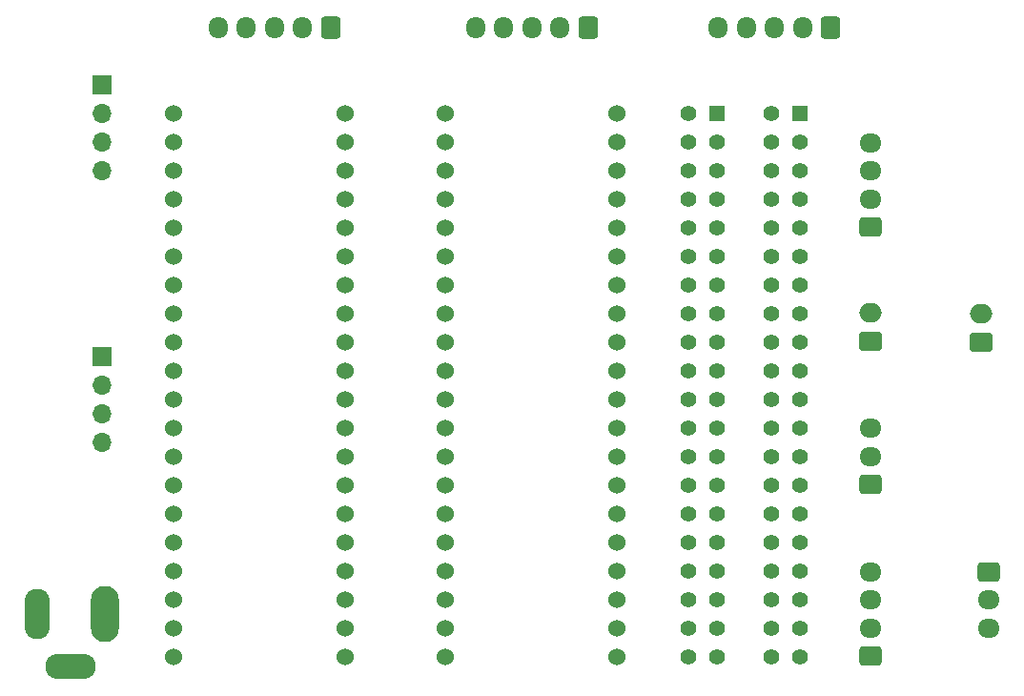
<source format=gbr>
%TF.GenerationSoftware,KiCad,Pcbnew,7.0.5*%
%TF.CreationDate,2023-12-19T10:50:23-08:00*%
%TF.ProjectId,Pi1_PiHat,5069315f-5069-4486-9174-2e6b69636164,rev?*%
%TF.SameCoordinates,Original*%
%TF.FileFunction,Soldermask,Bot*%
%TF.FilePolarity,Negative*%
%FSLAX46Y46*%
G04 Gerber Fmt 4.6, Leading zero omitted, Abs format (unit mm)*
G04 Created by KiCad (PCBNEW 7.0.5) date 2023-12-19 10:50:23*
%MOMM*%
%LPD*%
G01*
G04 APERTURE LIST*
G04 Aperture macros list*
%AMRoundRect*
0 Rectangle with rounded corners*
0 $1 Rounding radius*
0 $2 $3 $4 $5 $6 $7 $8 $9 X,Y pos of 4 corners*
0 Add a 4 corners polygon primitive as box body*
4,1,4,$2,$3,$4,$5,$6,$7,$8,$9,$2,$3,0*
0 Add four circle primitives for the rounded corners*
1,1,$1+$1,$2,$3*
1,1,$1+$1,$4,$5*
1,1,$1+$1,$6,$7*
1,1,$1+$1,$8,$9*
0 Add four rect primitives between the rounded corners*
20,1,$1+$1,$2,$3,$4,$5,0*
20,1,$1+$1,$4,$5,$6,$7,0*
20,1,$1+$1,$6,$7,$8,$9,0*
20,1,$1+$1,$8,$9,$2,$3,0*%
G04 Aperture macros list end*
%ADD10RoundRect,0.250000X0.725000X-0.600000X0.725000X0.600000X-0.725000X0.600000X-0.725000X-0.600000X0*%
%ADD11O,1.950000X1.700000*%
%ADD12C,1.398000*%
%ADD13R,1.398000X1.398000*%
%ADD14R,1.700000X1.700000*%
%ADD15O,1.700000X1.700000*%
%ADD16RoundRect,0.250000X0.750000X-0.600000X0.750000X0.600000X-0.750000X0.600000X-0.750000X-0.600000X0*%
%ADD17O,2.000000X1.700000*%
%ADD18RoundRect,0.250000X0.600000X0.725000X-0.600000X0.725000X-0.600000X-0.725000X0.600000X-0.725000X0*%
%ADD19O,1.700000X1.950000*%
%ADD20RoundRect,0.250000X-0.725000X0.600000X-0.725000X-0.600000X0.725000X-0.600000X0.725000X0.600000X0*%
%ADD21C,1.524000*%
%ADD22O,2.500000X5.000000*%
%ADD23O,2.250000X4.500000*%
%ADD24O,4.500000X2.250000*%
G04 APERTURE END LIST*
D10*
%TO.C,AS5600JST1*%
X191470000Y-119320000D03*
D11*
X191470000Y-116820000D03*
X191470000Y-114320000D03*
%TD*%
D12*
%TO.C,J1*%
X182615000Y-86360000D03*
D13*
X185155000Y-86360000D03*
D12*
X182615000Y-88900000D03*
X185155000Y-88900000D03*
X182615000Y-91440000D03*
X185155000Y-91440000D03*
X182615000Y-93980000D03*
X185155000Y-93980000D03*
X182615000Y-96520000D03*
X185155000Y-96520000D03*
X182615000Y-99060000D03*
X185155000Y-99060000D03*
X182615000Y-101600000D03*
X185155000Y-101600000D03*
X182615000Y-104140000D03*
X185155000Y-104140000D03*
X182615000Y-106680000D03*
X185155000Y-106680000D03*
X182615000Y-109220000D03*
X185155000Y-109220000D03*
X182615000Y-111760000D03*
X185155000Y-111760000D03*
X182615000Y-114300000D03*
X185155000Y-114300000D03*
X182615000Y-116840000D03*
X185155000Y-116840000D03*
X182615000Y-119380000D03*
X185155000Y-119380000D03*
X182615000Y-121920000D03*
X185155000Y-121920000D03*
X182615000Y-124460000D03*
X185155000Y-124460000D03*
X182615000Y-127000000D03*
X185155000Y-127000000D03*
X182615000Y-129540000D03*
X185155000Y-129540000D03*
X182615000Y-132080000D03*
X185155000Y-132080000D03*
X182615000Y-134620000D03*
X185155000Y-134620000D03*
%TD*%
D10*
%TO.C,ULTRASONIC1*%
X191470000Y-96460000D03*
D11*
X191470000Y-93960000D03*
X191470000Y-91460000D03*
X191470000Y-88960000D03*
%TD*%
D14*
%TO.C,MOTOR_BP_DISPLAY1*%
X123215000Y-83830000D03*
D15*
X123215000Y-86370000D03*
X123215000Y-88910000D03*
X123215000Y-91450000D03*
%TD*%
D16*
%TO.C,LimitSwitch1*%
X191470000Y-106580000D03*
D17*
X191470000Y-104080000D03*
%TD*%
D14*
%TO.C,AS5600REC_BP_Display1*%
X123215000Y-107950000D03*
D15*
X123215000Y-110490000D03*
X123215000Y-113030000D03*
X123215000Y-115570000D03*
%TD*%
D12*
%TO.C,J2*%
X175260000Y-86360000D03*
D13*
X177800000Y-86360000D03*
D12*
X175260000Y-88900000D03*
X177800000Y-88900000D03*
X175260000Y-91440000D03*
X177800000Y-91440000D03*
X175260000Y-93980000D03*
X177800000Y-93980000D03*
X175260000Y-96520000D03*
X177800000Y-96520000D03*
X175260000Y-99060000D03*
X177800000Y-99060000D03*
X175260000Y-101600000D03*
X177800000Y-101600000D03*
X175260000Y-104140000D03*
X177800000Y-104140000D03*
X175260000Y-106680000D03*
X177800000Y-106680000D03*
X175260000Y-109220000D03*
X177800000Y-109220000D03*
X175260000Y-111760000D03*
X177800000Y-111760000D03*
X175260000Y-114300000D03*
X177800000Y-114300000D03*
X175260000Y-116840000D03*
X177800000Y-116840000D03*
X175260000Y-119380000D03*
X177800000Y-119380000D03*
X175260000Y-121920000D03*
X177800000Y-121920000D03*
X175260000Y-124460000D03*
X177800000Y-124460000D03*
X175260000Y-127000000D03*
X177800000Y-127000000D03*
X175260000Y-129540000D03*
X177800000Y-129540000D03*
X175260000Y-132080000D03*
X177800000Y-132080000D03*
X175260000Y-134620000D03*
X177800000Y-134620000D03*
%TD*%
D18*
%TO.C,Pi3*%
X187920000Y-78740000D03*
D19*
X185420000Y-78740000D03*
X182920000Y-78740000D03*
X180420000Y-78740000D03*
X177920000Y-78740000D03*
%TD*%
D20*
%TO.C,BP_TO_MOTOR1*%
X201930000Y-127080000D03*
D11*
X201930000Y-129580000D03*
X201930000Y-132080000D03*
%TD*%
D18*
%TO.C,Pi4*%
X143510000Y-78740000D03*
D19*
X141010000Y-78740000D03*
X138510000Y-78740000D03*
X136010000Y-78740000D03*
X133510000Y-78740000D03*
%TD*%
D21*
%TO.C,AS5600REC_BP1*%
X129540000Y-134620000D03*
X144780000Y-91440000D03*
X129540000Y-129540000D03*
X129540000Y-132080000D03*
X144780000Y-86360000D03*
X144780000Y-88900000D03*
X144780000Y-93980000D03*
X144780000Y-124460000D03*
X144780000Y-121920000D03*
X144780000Y-119380000D03*
X144780000Y-116840000D03*
X144780000Y-114300000D03*
X144780000Y-111760000D03*
X144780000Y-109220000D03*
X144780000Y-106680000D03*
X129540000Y-96520000D03*
X129540000Y-99060000D03*
X129540000Y-101600000D03*
X129540000Y-104140000D03*
X129540000Y-106680000D03*
X129540000Y-109220000D03*
X144780000Y-104140000D03*
X144780000Y-101600000D03*
X129540000Y-111760000D03*
X129540000Y-114300000D03*
X129540000Y-116840000D03*
X129540000Y-119380000D03*
X129540000Y-121920000D03*
X129540000Y-124460000D03*
X129540000Y-127000000D03*
X144780000Y-99060000D03*
X144780000Y-96520000D03*
X129540000Y-86360000D03*
X129540000Y-88900000D03*
X129540000Y-91440000D03*
X129540000Y-93980000D03*
X144780000Y-132080000D03*
X144780000Y-129540000D03*
X144780000Y-127000000D03*
X144780000Y-134620000D03*
%TD*%
D16*
%TO.C,LimitSwitch2*%
X201295000Y-106680000D03*
D17*
X201295000Y-104180000D03*
%TD*%
D22*
%TO.C,BP_POWER1*%
X123444000Y-130810000D03*
D23*
X117444000Y-130810000D03*
D24*
X120444000Y-135510000D03*
%TD*%
D21*
%TO.C,MOTOR_BP1*%
X153670000Y-134620000D03*
X168910000Y-91440000D03*
X153670000Y-129540000D03*
X153670000Y-132080000D03*
X168910000Y-86360000D03*
X168910000Y-88900000D03*
X168910000Y-93980000D03*
X168910000Y-124460000D03*
X168910000Y-121920000D03*
X168910000Y-119380000D03*
X168910000Y-116840000D03*
X168910000Y-114300000D03*
X168910000Y-111760000D03*
X168910000Y-109220000D03*
X168910000Y-106680000D03*
X153670000Y-96520000D03*
X153670000Y-99060000D03*
X153670000Y-101600000D03*
X153670000Y-104140000D03*
X153670000Y-106680000D03*
X153670000Y-109220000D03*
X168910000Y-104140000D03*
X168910000Y-101600000D03*
X153670000Y-111760000D03*
X153670000Y-114300000D03*
X153670000Y-116840000D03*
X153670000Y-119380000D03*
X153670000Y-121920000D03*
X153670000Y-124460000D03*
X153670000Y-127000000D03*
X168910000Y-99060000D03*
X168910000Y-96520000D03*
X153670000Y-86360000D03*
X153670000Y-88900000D03*
X153670000Y-91440000D03*
X153670000Y-93980000D03*
X168910000Y-132080000D03*
X168910000Y-129540000D03*
X168910000Y-127000000D03*
X168910000Y-134620000D03*
%TD*%
D18*
%TO.C,Pi2*%
X166370000Y-78740000D03*
D19*
X163870000Y-78740000D03*
X161370000Y-78740000D03*
X158870000Y-78740000D03*
X156370000Y-78740000D03*
%TD*%
D10*
%TO.C,AS5600JST2*%
X191470000Y-134560000D03*
D11*
X191470000Y-132060000D03*
X191470000Y-129560000D03*
X191470000Y-127060000D03*
%TD*%
M02*

</source>
